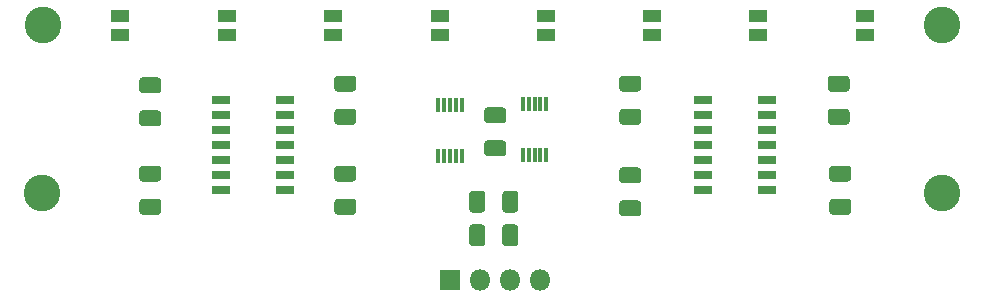
<source format=gbr>
%TF.GenerationSoftware,KiCad,Pcbnew,(5.1.6)-1*%
%TF.CreationDate,2020-11-25T02:53:10+01:00*%
%TF.ProjectId,MainBoard,4d61696e-426f-4617-9264-2e6b69636164,rev?*%
%TF.SameCoordinates,Original*%
%TF.FileFunction,Soldermask,Top*%
%TF.FilePolarity,Negative*%
%FSLAX46Y46*%
G04 Gerber Fmt 4.6, Leading zero omitted, Abs format (unit mm)*
G04 Created by KiCad (PCBNEW (5.1.6)-1) date 2020-11-25 02:53:10*
%MOMM*%
%LPD*%
G01*
G04 APERTURE LIST*
%ADD10C,3.100000*%
%ADD11R,0.350000X1.200000*%
%ADD12O,1.800000X1.800000*%
%ADD13R,1.800000X1.800000*%
%ADD14R,1.625000X0.750000*%
%ADD15R,1.550000X1.100000*%
G04 APERTURE END LIST*
D10*
%TO.C,REF\u002A\u002A*%
X172466397Y-100570725D03*
%TD*%
%TO.C,REF\u002A\u002A*%
X96223988Y-100583073D03*
%TD*%
%TO.C,REF\u002A\u002A*%
X172461358Y-86361907D03*
%TD*%
%TO.C,REF\u002A\u002A*%
X96291030Y-86366084D03*
%TD*%
%TO.C,C1*%
G36*
G01*
X135275000Y-94655000D02*
X133965000Y-94655000D01*
G75*
G02*
X133695000Y-94385000I0J270000D01*
G01*
X133695000Y-93575000D01*
G75*
G02*
X133965000Y-93305000I270000J0D01*
G01*
X135275000Y-93305000D01*
G75*
G02*
X135545000Y-93575000I0J-270000D01*
G01*
X135545000Y-94385000D01*
G75*
G02*
X135275000Y-94655000I-270000J0D01*
G01*
G37*
G36*
G01*
X135275000Y-97455000D02*
X133965000Y-97455000D01*
G75*
G02*
X133695000Y-97185000I0J270000D01*
G01*
X133695000Y-96375000D01*
G75*
G02*
X133965000Y-96105000I270000J0D01*
G01*
X135275000Y-96105000D01*
G75*
G02*
X135545000Y-96375000I0J-270000D01*
G01*
X135545000Y-97185000D01*
G75*
G02*
X135275000Y-97455000I-270000J0D01*
G01*
G37*
%TD*%
D11*
%TO.C,U2*%
X136950780Y-93060387D03*
X137450780Y-93060387D03*
X137950780Y-93060387D03*
X138450780Y-93060387D03*
X138950780Y-93060387D03*
X138950780Y-97360387D03*
X138450780Y-97360387D03*
X137950780Y-97360387D03*
X137450780Y-97360387D03*
X136950780Y-97360387D03*
%TD*%
%TO.C,U1*%
X129810000Y-93100000D03*
X130310000Y-93100000D03*
X130810000Y-93100000D03*
X131310000Y-93100000D03*
X131810000Y-93100000D03*
X131810000Y-97400000D03*
X131310000Y-97400000D03*
X130810000Y-97400000D03*
X130310000Y-97400000D03*
X129810000Y-97400000D03*
%TD*%
%TO.C,R10*%
G36*
G01*
X135225115Y-101947405D02*
X135225115Y-100637405D01*
G75*
G02*
X135495115Y-100367405I270000J0D01*
G01*
X136305115Y-100367405D01*
G75*
G02*
X136575115Y-100637405I0J-270000D01*
G01*
X136575115Y-101947405D01*
G75*
G02*
X136305115Y-102217405I-270000J0D01*
G01*
X135495115Y-102217405D01*
G75*
G02*
X135225115Y-101947405I0J270000D01*
G01*
G37*
G36*
G01*
X132425115Y-101947405D02*
X132425115Y-100637405D01*
G75*
G02*
X132695115Y-100367405I270000J0D01*
G01*
X133505115Y-100367405D01*
G75*
G02*
X133775115Y-100637405I0J-270000D01*
G01*
X133775115Y-101947405D01*
G75*
G02*
X133505115Y-102217405I-270000J0D01*
G01*
X132695115Y-102217405D01*
G75*
G02*
X132425115Y-101947405I0J270000D01*
G01*
G37*
%TD*%
%TO.C,R9*%
G36*
G01*
X135215000Y-104795000D02*
X135215000Y-103485000D01*
G75*
G02*
X135485000Y-103215000I270000J0D01*
G01*
X136295000Y-103215000D01*
G75*
G02*
X136565000Y-103485000I0J-270000D01*
G01*
X136565000Y-104795000D01*
G75*
G02*
X136295000Y-105065000I-270000J0D01*
G01*
X135485000Y-105065000D01*
G75*
G02*
X135215000Y-104795000I0J270000D01*
G01*
G37*
G36*
G01*
X132415000Y-104795000D02*
X132415000Y-103485000D01*
G75*
G02*
X132685000Y-103215000I270000J0D01*
G01*
X133495000Y-103215000D01*
G75*
G02*
X133765000Y-103485000I0J-270000D01*
G01*
X133765000Y-104795000D01*
G75*
G02*
X133495000Y-105065000I-270000J0D01*
G01*
X132685000Y-105065000D01*
G75*
G02*
X132415000Y-104795000I0J270000D01*
G01*
G37*
%TD*%
%TO.C,R8*%
G36*
G01*
X164355000Y-91985000D02*
X163045000Y-91985000D01*
G75*
G02*
X162775000Y-91715000I0J270000D01*
G01*
X162775000Y-90905000D01*
G75*
G02*
X163045000Y-90635000I270000J0D01*
G01*
X164355000Y-90635000D01*
G75*
G02*
X164625000Y-90905000I0J-270000D01*
G01*
X164625000Y-91715000D01*
G75*
G02*
X164355000Y-91985000I-270000J0D01*
G01*
G37*
G36*
G01*
X164355000Y-94785000D02*
X163045000Y-94785000D01*
G75*
G02*
X162775000Y-94515000I0J270000D01*
G01*
X162775000Y-93705000D01*
G75*
G02*
X163045000Y-93435000I270000J0D01*
G01*
X164355000Y-93435000D01*
G75*
G02*
X164625000Y-93705000I0J-270000D01*
G01*
X164625000Y-94515000D01*
G75*
G02*
X164355000Y-94785000I-270000J0D01*
G01*
G37*
%TD*%
%TO.C,R7*%
G36*
G01*
X163175000Y-101055000D02*
X164485000Y-101055000D01*
G75*
G02*
X164755000Y-101325000I0J-270000D01*
G01*
X164755000Y-102135000D01*
G75*
G02*
X164485000Y-102405000I-270000J0D01*
G01*
X163175000Y-102405000D01*
G75*
G02*
X162905000Y-102135000I0J270000D01*
G01*
X162905000Y-101325000D01*
G75*
G02*
X163175000Y-101055000I270000J0D01*
G01*
G37*
G36*
G01*
X163175000Y-98255000D02*
X164485000Y-98255000D01*
G75*
G02*
X164755000Y-98525000I0J-270000D01*
G01*
X164755000Y-99335000D01*
G75*
G02*
X164485000Y-99605000I-270000J0D01*
G01*
X163175000Y-99605000D01*
G75*
G02*
X162905000Y-99335000I0J270000D01*
G01*
X162905000Y-98525000D01*
G75*
G02*
X163175000Y-98255000I270000J0D01*
G01*
G37*
%TD*%
%TO.C,R6*%
G36*
G01*
X146705000Y-99735000D02*
X145395000Y-99735000D01*
G75*
G02*
X145125000Y-99465000I0J270000D01*
G01*
X145125000Y-98655000D01*
G75*
G02*
X145395000Y-98385000I270000J0D01*
G01*
X146705000Y-98385000D01*
G75*
G02*
X146975000Y-98655000I0J-270000D01*
G01*
X146975000Y-99465000D01*
G75*
G02*
X146705000Y-99735000I-270000J0D01*
G01*
G37*
G36*
G01*
X146705000Y-102535000D02*
X145395000Y-102535000D01*
G75*
G02*
X145125000Y-102265000I0J270000D01*
G01*
X145125000Y-101455000D01*
G75*
G02*
X145395000Y-101185000I270000J0D01*
G01*
X146705000Y-101185000D01*
G75*
G02*
X146975000Y-101455000I0J-270000D01*
G01*
X146975000Y-102265000D01*
G75*
G02*
X146705000Y-102535000I-270000J0D01*
G01*
G37*
%TD*%
%TO.C,R5*%
G36*
G01*
X145395000Y-93435000D02*
X146705000Y-93435000D01*
G75*
G02*
X146975000Y-93705000I0J-270000D01*
G01*
X146975000Y-94515000D01*
G75*
G02*
X146705000Y-94785000I-270000J0D01*
G01*
X145395000Y-94785000D01*
G75*
G02*
X145125000Y-94515000I0J270000D01*
G01*
X145125000Y-93705000D01*
G75*
G02*
X145395000Y-93435000I270000J0D01*
G01*
G37*
G36*
G01*
X145395000Y-90635000D02*
X146705000Y-90635000D01*
G75*
G02*
X146975000Y-90905000I0J-270000D01*
G01*
X146975000Y-91715000D01*
G75*
G02*
X146705000Y-91985000I-270000J0D01*
G01*
X145395000Y-91985000D01*
G75*
G02*
X145125000Y-91715000I0J270000D01*
G01*
X145125000Y-90905000D01*
G75*
G02*
X145395000Y-90635000I270000J0D01*
G01*
G37*
%TD*%
%TO.C,R4*%
G36*
G01*
X121265000Y-101055000D02*
X122575000Y-101055000D01*
G75*
G02*
X122845000Y-101325000I0J-270000D01*
G01*
X122845000Y-102135000D01*
G75*
G02*
X122575000Y-102405000I-270000J0D01*
G01*
X121265000Y-102405000D01*
G75*
G02*
X120995000Y-102135000I0J270000D01*
G01*
X120995000Y-101325000D01*
G75*
G02*
X121265000Y-101055000I270000J0D01*
G01*
G37*
G36*
G01*
X121265000Y-98255000D02*
X122575000Y-98255000D01*
G75*
G02*
X122845000Y-98525000I0J-270000D01*
G01*
X122845000Y-99335000D01*
G75*
G02*
X122575000Y-99605000I-270000J0D01*
G01*
X121265000Y-99605000D01*
G75*
G02*
X120995000Y-99335000I0J270000D01*
G01*
X120995000Y-98525000D01*
G75*
G02*
X121265000Y-98255000I270000J0D01*
G01*
G37*
%TD*%
%TO.C,R3*%
G36*
G01*
X122575000Y-91985000D02*
X121265000Y-91985000D01*
G75*
G02*
X120995000Y-91715000I0J270000D01*
G01*
X120995000Y-90905000D01*
G75*
G02*
X121265000Y-90635000I270000J0D01*
G01*
X122575000Y-90635000D01*
G75*
G02*
X122845000Y-90905000I0J-270000D01*
G01*
X122845000Y-91715000D01*
G75*
G02*
X122575000Y-91985000I-270000J0D01*
G01*
G37*
G36*
G01*
X122575000Y-94785000D02*
X121265000Y-94785000D01*
G75*
G02*
X120995000Y-94515000I0J270000D01*
G01*
X120995000Y-93705000D01*
G75*
G02*
X121265000Y-93435000I270000J0D01*
G01*
X122575000Y-93435000D01*
G75*
G02*
X122845000Y-93705000I0J-270000D01*
G01*
X122845000Y-94515000D01*
G75*
G02*
X122575000Y-94785000I-270000J0D01*
G01*
G37*
%TD*%
%TO.C,R2*%
G36*
G01*
X106065000Y-99605000D02*
X104755000Y-99605000D01*
G75*
G02*
X104485000Y-99335000I0J270000D01*
G01*
X104485000Y-98525000D01*
G75*
G02*
X104755000Y-98255000I270000J0D01*
G01*
X106065000Y-98255000D01*
G75*
G02*
X106335000Y-98525000I0J-270000D01*
G01*
X106335000Y-99335000D01*
G75*
G02*
X106065000Y-99605000I-270000J0D01*
G01*
G37*
G36*
G01*
X106065000Y-102405000D02*
X104755000Y-102405000D01*
G75*
G02*
X104485000Y-102135000I0J270000D01*
G01*
X104485000Y-101325000D01*
G75*
G02*
X104755000Y-101055000I270000J0D01*
G01*
X106065000Y-101055000D01*
G75*
G02*
X106335000Y-101325000I0J-270000D01*
G01*
X106335000Y-102135000D01*
G75*
G02*
X106065000Y-102405000I-270000J0D01*
G01*
G37*
%TD*%
%TO.C,R1*%
G36*
G01*
X104755000Y-93565000D02*
X106065000Y-93565000D01*
G75*
G02*
X106335000Y-93835000I0J-270000D01*
G01*
X106335000Y-94645000D01*
G75*
G02*
X106065000Y-94915000I-270000J0D01*
G01*
X104755000Y-94915000D01*
G75*
G02*
X104485000Y-94645000I0J270000D01*
G01*
X104485000Y-93835000D01*
G75*
G02*
X104755000Y-93565000I270000J0D01*
G01*
G37*
G36*
G01*
X104755000Y-90765000D02*
X106065000Y-90765000D01*
G75*
G02*
X106335000Y-91035000I0J-270000D01*
G01*
X106335000Y-91845000D01*
G75*
G02*
X106065000Y-92115000I-270000J0D01*
G01*
X104755000Y-92115000D01*
G75*
G02*
X104485000Y-91845000I0J270000D01*
G01*
X104485000Y-91035000D01*
G75*
G02*
X104755000Y-90765000I270000J0D01*
G01*
G37*
%TD*%
D12*
%TO.C,J1*%
X138430000Y-107950000D03*
X135890000Y-107950000D03*
X133350000Y-107950000D03*
D13*
X130810000Y-107950000D03*
%TD*%
D14*
%TO.C,IC2*%
X157652000Y-92710000D03*
X157652000Y-93980000D03*
X157652000Y-95250000D03*
X157652000Y-96520000D03*
X157652000Y-97790000D03*
X157652000Y-99060000D03*
X157652000Y-100330000D03*
X152228000Y-100330000D03*
X152228000Y-99060000D03*
X152228000Y-97790000D03*
X152228000Y-96520000D03*
X152228000Y-95250000D03*
X152228000Y-93980000D03*
X152228000Y-92710000D03*
%TD*%
%TO.C,IC1*%
X116840000Y-92710000D03*
X116840000Y-93980000D03*
X116840000Y-95250000D03*
X116840000Y-96520000D03*
X116840000Y-97790000D03*
X116840000Y-99060000D03*
X116840000Y-100330000D03*
X111416000Y-100330000D03*
X111416000Y-99060000D03*
X111416000Y-97790000D03*
X111416000Y-96520000D03*
X111416000Y-95250000D03*
X111416000Y-93980000D03*
X111416000Y-92710000D03*
%TD*%
D15*
%TO.C,D8*%
X165900000Y-87160000D03*
X165900000Y-85560000D03*
%TD*%
%TO.C,D7*%
X156868641Y-87207097D03*
X156868641Y-85607097D03*
%TD*%
%TO.C,D6*%
X147920099Y-87144300D03*
X147920099Y-85544300D03*
%TD*%
%TO.C,D5*%
X138915040Y-87192057D03*
X138915040Y-85592057D03*
%TD*%
%TO.C,D4*%
X129966498Y-87192057D03*
X129966498Y-85592057D03*
%TD*%
%TO.C,D3*%
X120887451Y-87212336D03*
X120887451Y-85612336D03*
%TD*%
%TO.C,D2*%
X111912743Y-87148880D03*
X111912743Y-85548880D03*
%TD*%
%TO.C,D1*%
X102870000Y-87160000D03*
X102870000Y-85560000D03*
%TD*%
M02*

</source>
